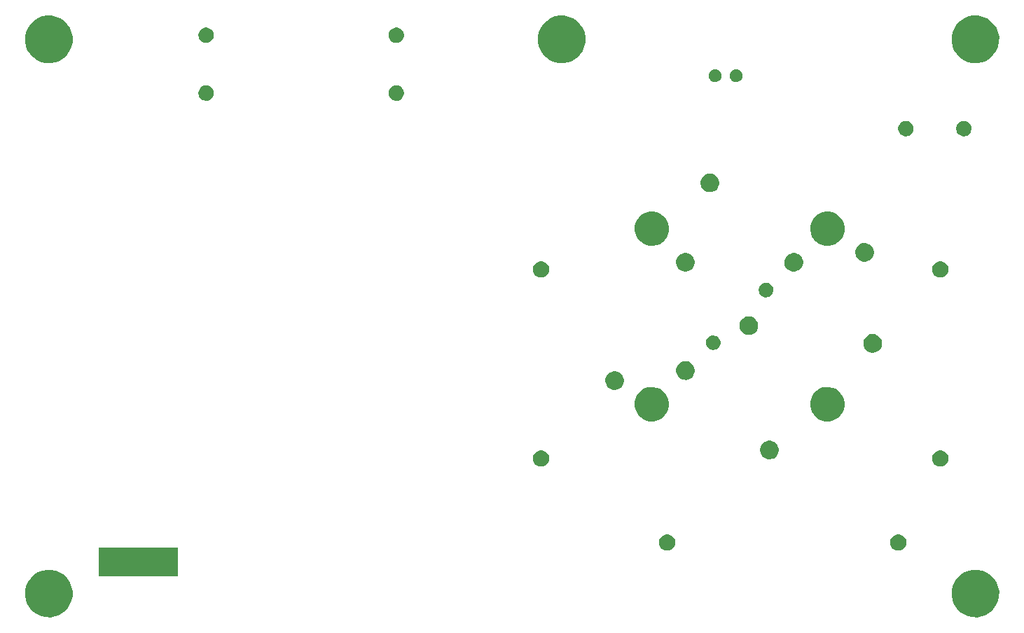
<source format=gts>
%FSLAX34Y34*%
G04 Gerber Fmt 3.4, Leading zero omitted, Abs format*
G04 (created by PCBNEW (2014-03-01 BZR 4730)-product) date Tuesday, August 26, 2014 'AMt' 09:20:33 AM*
%MOIN*%
G01*
G70*
G90*
G04 APERTURE LIST*
%ADD10C,0.006000*%
G04 APERTURE END LIST*
G54D10*
G36*
X26329Y-40834D02*
X26325Y-41086D01*
X26276Y-41304D01*
X26186Y-41506D01*
X26058Y-41688D01*
X25897Y-41841D01*
X25710Y-41960D01*
X25501Y-42041D01*
X25501Y-42041D01*
X25285Y-42079D01*
X25061Y-42074D01*
X24845Y-42027D01*
X24641Y-41938D01*
X24459Y-41811D01*
X24305Y-41651D01*
X24184Y-41464D01*
X24103Y-41259D01*
X24062Y-41039D01*
X24065Y-40818D01*
X24112Y-40600D01*
X24199Y-40396D01*
X24325Y-40213D01*
X24484Y-40057D01*
X24669Y-39936D01*
X24876Y-39852D01*
X25092Y-39811D01*
X25316Y-39813D01*
X25532Y-39857D01*
X25738Y-39944D01*
X25922Y-40068D01*
X26078Y-40225D01*
X26201Y-40411D01*
X26286Y-40615D01*
X26329Y-40834D01*
X26329Y-40834D01*
G37*
G36*
X26329Y-67212D02*
X26325Y-67464D01*
X26276Y-67682D01*
X26186Y-67884D01*
X26058Y-68066D01*
X25897Y-68219D01*
X25710Y-68338D01*
X25501Y-68419D01*
X25501Y-68419D01*
X25285Y-68457D01*
X25061Y-68452D01*
X24845Y-68405D01*
X24641Y-68316D01*
X24459Y-68189D01*
X24305Y-68029D01*
X24184Y-67842D01*
X24103Y-67637D01*
X24062Y-67417D01*
X24065Y-67196D01*
X24112Y-66978D01*
X24199Y-66774D01*
X24325Y-66591D01*
X24484Y-66435D01*
X24669Y-66314D01*
X24876Y-66230D01*
X25092Y-66189D01*
X25316Y-66191D01*
X25532Y-66235D01*
X25738Y-66322D01*
X25922Y-66445D01*
X26078Y-66603D01*
X26201Y-66789D01*
X26286Y-66993D01*
X26329Y-67212D01*
X26329Y-67212D01*
G37*
G36*
X31323Y-66520D02*
X27573Y-66520D01*
X27573Y-65133D01*
X31323Y-65133D01*
X31323Y-66520D01*
X31323Y-66520D01*
G37*
G36*
X33041Y-40713D02*
X33040Y-40793D01*
X33024Y-40864D01*
X32995Y-40928D01*
X32954Y-40987D01*
X32902Y-41037D01*
X32842Y-41074D01*
X32774Y-41101D01*
X32774Y-41101D01*
X32706Y-41113D01*
X32633Y-41111D01*
X32564Y-41096D01*
X32498Y-41067D01*
X32439Y-41027D01*
X32390Y-40975D01*
X32350Y-40914D01*
X32325Y-40849D01*
X32311Y-40777D01*
X32312Y-40708D01*
X32328Y-40636D01*
X32355Y-40571D01*
X32396Y-40512D01*
X32447Y-40462D01*
X32506Y-40423D01*
X32574Y-40396D01*
X32642Y-40383D01*
X32716Y-40383D01*
X32784Y-40397D01*
X32851Y-40425D01*
X32910Y-40465D01*
X32961Y-40516D01*
X33001Y-40576D01*
X33027Y-40641D01*
X33041Y-40713D01*
X33041Y-40713D01*
G37*
G36*
X33041Y-43468D02*
X33040Y-43549D01*
X33024Y-43619D01*
X32995Y-43684D01*
X32954Y-43743D01*
X32902Y-43793D01*
X32842Y-43830D01*
X32774Y-43857D01*
X32774Y-43857D01*
X32706Y-43869D01*
X32633Y-43867D01*
X32564Y-43852D01*
X32498Y-43823D01*
X32439Y-43782D01*
X32390Y-43731D01*
X32350Y-43670D01*
X32325Y-43605D01*
X32311Y-43533D01*
X32312Y-43464D01*
X32328Y-43392D01*
X32355Y-43327D01*
X32396Y-43268D01*
X32447Y-43218D01*
X32506Y-43179D01*
X32574Y-43152D01*
X32642Y-43139D01*
X32716Y-43139D01*
X32784Y-43153D01*
X32851Y-43181D01*
X32910Y-43221D01*
X32961Y-43272D01*
X33001Y-43332D01*
X33027Y-43397D01*
X33041Y-43468D01*
X33041Y-43468D01*
G37*
G36*
X42097Y-40713D02*
X42095Y-40793D01*
X42079Y-40864D01*
X42050Y-40928D01*
X42009Y-40987D01*
X41957Y-41037D01*
X41898Y-41074D01*
X41829Y-41101D01*
X41829Y-41101D01*
X41761Y-41113D01*
X41688Y-41111D01*
X41619Y-41096D01*
X41553Y-41067D01*
X41494Y-41027D01*
X41445Y-40975D01*
X41405Y-40914D01*
X41380Y-40849D01*
X41366Y-40777D01*
X41367Y-40708D01*
X41383Y-40636D01*
X41410Y-40571D01*
X41451Y-40512D01*
X41502Y-40462D01*
X41562Y-40423D01*
X41629Y-40396D01*
X41698Y-40383D01*
X41771Y-40383D01*
X41839Y-40397D01*
X41906Y-40425D01*
X41965Y-40465D01*
X42016Y-40516D01*
X42056Y-40576D01*
X42082Y-40641D01*
X42097Y-40713D01*
X42097Y-40713D01*
G37*
G36*
X42097Y-43468D02*
X42095Y-43549D01*
X42079Y-43619D01*
X42050Y-43684D01*
X42009Y-43743D01*
X41957Y-43793D01*
X41898Y-43830D01*
X41829Y-43857D01*
X41829Y-43857D01*
X41761Y-43869D01*
X41688Y-43867D01*
X41619Y-43852D01*
X41553Y-43823D01*
X41494Y-43782D01*
X41445Y-43731D01*
X41405Y-43670D01*
X41380Y-43605D01*
X41366Y-43533D01*
X41367Y-43464D01*
X41383Y-43392D01*
X41410Y-43327D01*
X41451Y-43268D01*
X41502Y-43218D01*
X41562Y-43179D01*
X41629Y-43152D01*
X41698Y-43139D01*
X41771Y-43139D01*
X41839Y-43153D01*
X41906Y-43181D01*
X41965Y-43221D01*
X42016Y-43272D01*
X42056Y-43332D01*
X42082Y-43397D01*
X42097Y-43468D01*
X42097Y-43468D01*
G37*
G36*
X49006Y-51860D02*
X49005Y-51945D01*
X48988Y-52019D01*
X48957Y-52088D01*
X48914Y-52149D01*
X48859Y-52202D01*
X48796Y-52242D01*
X48724Y-52270D01*
X48724Y-52270D01*
X48652Y-52282D01*
X48575Y-52281D01*
X48503Y-52265D01*
X48433Y-52234D01*
X48371Y-52191D01*
X48319Y-52137D01*
X48278Y-52073D01*
X48250Y-52004D01*
X48237Y-51928D01*
X48238Y-51855D01*
X48254Y-51780D01*
X48283Y-51711D01*
X48326Y-51649D01*
X48380Y-51596D01*
X48442Y-51555D01*
X48513Y-51526D01*
X48586Y-51513D01*
X48663Y-51513D01*
X48735Y-51528D01*
X48806Y-51558D01*
X48868Y-51599D01*
X48921Y-51653D01*
X48963Y-51716D01*
X48991Y-51785D01*
X49006Y-51860D01*
X49006Y-51860D01*
G37*
G36*
X49006Y-60860D02*
X49005Y-60945D01*
X48988Y-61019D01*
X48957Y-61088D01*
X48914Y-61149D01*
X48859Y-61202D01*
X48796Y-61242D01*
X48724Y-61270D01*
X48724Y-61270D01*
X48652Y-61282D01*
X48575Y-61281D01*
X48503Y-61265D01*
X48433Y-61234D01*
X48371Y-61191D01*
X48319Y-61137D01*
X48278Y-61073D01*
X48250Y-61004D01*
X48237Y-60928D01*
X48238Y-60855D01*
X48254Y-60780D01*
X48283Y-60711D01*
X48326Y-60649D01*
X48380Y-60596D01*
X48442Y-60555D01*
X48513Y-60526D01*
X48586Y-60513D01*
X48663Y-60513D01*
X48735Y-60528D01*
X48806Y-60558D01*
X48868Y-60599D01*
X48921Y-60653D01*
X48963Y-60716D01*
X48991Y-60785D01*
X49006Y-60860D01*
X49006Y-60860D01*
G37*
G36*
X50738Y-40834D02*
X50735Y-41086D01*
X50685Y-41304D01*
X50595Y-41506D01*
X50467Y-41688D01*
X50306Y-41841D01*
X50119Y-41960D01*
X49911Y-42041D01*
X49911Y-42041D01*
X49694Y-42079D01*
X49470Y-42074D01*
X49255Y-42027D01*
X49051Y-41938D01*
X48868Y-41811D01*
X48714Y-41651D01*
X48593Y-41464D01*
X48512Y-41259D01*
X48472Y-41039D01*
X48475Y-40818D01*
X48521Y-40600D01*
X48608Y-40396D01*
X48734Y-40213D01*
X48893Y-40057D01*
X49078Y-39936D01*
X49285Y-39852D01*
X49502Y-39811D01*
X49726Y-39813D01*
X49942Y-39857D01*
X50147Y-39944D01*
X50331Y-40068D01*
X50487Y-40225D01*
X50611Y-40411D01*
X50695Y-40615D01*
X50738Y-40834D01*
X50738Y-40834D01*
G37*
G36*
X52567Y-57142D02*
X52566Y-57240D01*
X52547Y-57325D01*
X52511Y-57405D01*
X52461Y-57476D01*
X52398Y-57536D01*
X52325Y-57582D01*
X52243Y-57614D01*
X52243Y-57614D01*
X52159Y-57629D01*
X52070Y-57627D01*
X51987Y-57609D01*
X51906Y-57573D01*
X51835Y-57524D01*
X51775Y-57462D01*
X51727Y-57388D01*
X51696Y-57308D01*
X51680Y-57221D01*
X51681Y-57136D01*
X51699Y-57049D01*
X51733Y-56970D01*
X51783Y-56898D01*
X51845Y-56837D01*
X51917Y-56790D01*
X51999Y-56757D01*
X52083Y-56741D01*
X52171Y-56741D01*
X52255Y-56759D01*
X52336Y-56793D01*
X52408Y-56841D01*
X52469Y-56903D01*
X52518Y-56976D01*
X52550Y-57055D01*
X52567Y-57142D01*
X52567Y-57142D01*
G37*
G36*
X54712Y-49878D02*
X54709Y-50060D01*
X54674Y-50217D01*
X54609Y-50363D01*
X54516Y-50494D01*
X54400Y-50605D01*
X54265Y-50690D01*
X54114Y-50749D01*
X54114Y-50749D01*
X53959Y-50776D01*
X53796Y-50773D01*
X53641Y-50739D01*
X53494Y-50674D01*
X53362Y-50583D01*
X53251Y-50468D01*
X53163Y-50332D01*
X53105Y-50185D01*
X53076Y-50025D01*
X53078Y-49867D01*
X53112Y-49709D01*
X53174Y-49562D01*
X53265Y-49429D01*
X53380Y-49317D01*
X53513Y-49230D01*
X53663Y-49169D01*
X53819Y-49139D01*
X53981Y-49141D01*
X54137Y-49172D01*
X54285Y-49235D01*
X54418Y-49324D01*
X54531Y-49438D01*
X54620Y-49572D01*
X54681Y-49719D01*
X54712Y-49878D01*
X54712Y-49878D01*
G37*
G36*
X54712Y-58230D02*
X54709Y-58412D01*
X54674Y-58569D01*
X54609Y-58715D01*
X54516Y-58846D01*
X54400Y-58957D01*
X54265Y-59042D01*
X54114Y-59101D01*
X54114Y-59101D01*
X53959Y-59128D01*
X53796Y-59125D01*
X53641Y-59091D01*
X53494Y-59026D01*
X53362Y-58935D01*
X53251Y-58820D01*
X53163Y-58684D01*
X53105Y-58537D01*
X53076Y-58377D01*
X53078Y-58219D01*
X53112Y-58060D01*
X53174Y-57914D01*
X53265Y-57781D01*
X53380Y-57669D01*
X53513Y-57582D01*
X53663Y-57521D01*
X53819Y-57491D01*
X53981Y-57492D01*
X54137Y-57524D01*
X54285Y-57587D01*
X54418Y-57676D01*
X54531Y-57790D01*
X54620Y-57924D01*
X54681Y-58071D01*
X54712Y-58230D01*
X54712Y-58230D01*
G37*
G36*
X55006Y-64860D02*
X55005Y-64945D01*
X54988Y-65019D01*
X54957Y-65088D01*
X54914Y-65149D01*
X54859Y-65202D01*
X54796Y-65242D01*
X54724Y-65270D01*
X54724Y-65270D01*
X54652Y-65282D01*
X54575Y-65281D01*
X54503Y-65265D01*
X54433Y-65234D01*
X54371Y-65191D01*
X54319Y-65137D01*
X54278Y-65073D01*
X54250Y-65004D01*
X54237Y-64928D01*
X54238Y-64855D01*
X54254Y-64780D01*
X54283Y-64711D01*
X54326Y-64649D01*
X54380Y-64596D01*
X54442Y-64555D01*
X54513Y-64526D01*
X54586Y-64513D01*
X54663Y-64513D01*
X54735Y-64528D01*
X54806Y-64558D01*
X54868Y-64599D01*
X54921Y-64653D01*
X54963Y-64716D01*
X54991Y-64785D01*
X55006Y-64860D01*
X55006Y-64860D01*
G37*
G36*
X55936Y-51513D02*
X55935Y-51611D01*
X55915Y-51696D01*
X55880Y-51775D01*
X55830Y-51846D01*
X55766Y-51907D01*
X55694Y-51953D01*
X55611Y-51985D01*
X55611Y-51985D01*
X55528Y-52000D01*
X55439Y-51998D01*
X55355Y-51979D01*
X55275Y-51944D01*
X55204Y-51895D01*
X55143Y-51832D01*
X55096Y-51758D01*
X55064Y-51679D01*
X55048Y-51592D01*
X55049Y-51507D01*
X55068Y-51420D01*
X55102Y-51341D01*
X55151Y-51269D01*
X55213Y-51208D01*
X55286Y-51161D01*
X55367Y-51128D01*
X55451Y-51112D01*
X55540Y-51112D01*
X55623Y-51129D01*
X55705Y-51164D01*
X55776Y-51212D01*
X55838Y-51274D01*
X55886Y-51347D01*
X55919Y-51426D01*
X55936Y-51513D01*
X55936Y-51513D01*
G37*
G36*
X55936Y-56669D02*
X55935Y-56766D01*
X55915Y-56852D01*
X55880Y-56931D01*
X55830Y-57002D01*
X55766Y-57063D01*
X55694Y-57109D01*
X55611Y-57141D01*
X55611Y-57141D01*
X55528Y-57156D01*
X55439Y-57154D01*
X55355Y-57135D01*
X55275Y-57100D01*
X55204Y-57051D01*
X55143Y-56988D01*
X55096Y-56914D01*
X55064Y-56835D01*
X55048Y-56748D01*
X55049Y-56663D01*
X55068Y-56576D01*
X55102Y-56497D01*
X55151Y-56425D01*
X55213Y-56364D01*
X55286Y-56317D01*
X55367Y-56284D01*
X55451Y-56268D01*
X55540Y-56268D01*
X55623Y-56285D01*
X55705Y-56320D01*
X55776Y-56368D01*
X55838Y-56430D01*
X55886Y-56503D01*
X55919Y-56582D01*
X55936Y-56669D01*
X55936Y-56669D01*
G37*
G36*
X57094Y-47732D02*
X57093Y-47830D01*
X57073Y-47916D01*
X57038Y-47995D01*
X56988Y-48066D01*
X56925Y-48127D01*
X56852Y-48173D01*
X56769Y-48205D01*
X56769Y-48205D01*
X56686Y-48219D01*
X56597Y-48217D01*
X56513Y-48199D01*
X56433Y-48164D01*
X56362Y-48114D01*
X56302Y-48052D01*
X56254Y-47978D01*
X56223Y-47899D01*
X56207Y-47811D01*
X56208Y-47726D01*
X56226Y-47640D01*
X56260Y-47561D01*
X56309Y-47489D01*
X56372Y-47428D01*
X56444Y-47380D01*
X56526Y-47347D01*
X56609Y-47331D01*
X56698Y-47332D01*
X56782Y-47349D01*
X56863Y-47383D01*
X56935Y-47432D01*
X56996Y-47493D01*
X57044Y-47566D01*
X57077Y-47646D01*
X57094Y-47732D01*
X57094Y-47732D01*
G37*
G36*
X57163Y-55353D02*
X57162Y-55429D01*
X57146Y-55496D01*
X57119Y-55557D01*
X57080Y-55613D01*
X57031Y-55660D01*
X56975Y-55695D01*
X56910Y-55720D01*
X56910Y-55720D01*
X56845Y-55732D01*
X56776Y-55730D01*
X56711Y-55716D01*
X56648Y-55689D01*
X56593Y-55650D01*
X56546Y-55602D01*
X56509Y-55544D01*
X56485Y-55482D01*
X56472Y-55414D01*
X56473Y-55348D01*
X56487Y-55281D01*
X56514Y-55219D01*
X56552Y-55163D01*
X56601Y-55116D01*
X56657Y-55079D01*
X56721Y-55053D01*
X56785Y-55041D01*
X56855Y-55041D01*
X56919Y-55055D01*
X56983Y-55081D01*
X57039Y-55119D01*
X57086Y-55167D01*
X57124Y-55224D01*
X57149Y-55285D01*
X57163Y-55353D01*
X57163Y-55353D01*
G37*
G36*
X57207Y-42647D02*
X57206Y-42714D01*
X57192Y-42774D01*
X57168Y-42828D01*
X57134Y-42877D01*
X57090Y-42919D01*
X57040Y-42951D01*
X56983Y-42973D01*
X56983Y-42973D01*
X56926Y-42983D01*
X56864Y-42982D01*
X56807Y-42969D01*
X56751Y-42945D01*
X56702Y-42910D01*
X56661Y-42868D01*
X56628Y-42816D01*
X56606Y-42762D01*
X56595Y-42701D01*
X56596Y-42643D01*
X56608Y-42583D01*
X56632Y-42529D01*
X56666Y-42479D01*
X56709Y-42437D01*
X56758Y-42405D01*
X56815Y-42382D01*
X56872Y-42371D01*
X56934Y-42371D01*
X56991Y-42383D01*
X57047Y-42407D01*
X57097Y-42440D01*
X57139Y-42482D01*
X57173Y-42533D01*
X57195Y-42587D01*
X57207Y-42647D01*
X57207Y-42647D01*
G37*
G36*
X58207Y-42647D02*
X58206Y-42714D01*
X58192Y-42774D01*
X58168Y-42828D01*
X58134Y-42877D01*
X58090Y-42919D01*
X58040Y-42951D01*
X57983Y-42973D01*
X57983Y-42973D01*
X57926Y-42983D01*
X57864Y-42982D01*
X57807Y-42969D01*
X57751Y-42945D01*
X57702Y-42910D01*
X57661Y-42868D01*
X57628Y-42816D01*
X57606Y-42762D01*
X57595Y-42701D01*
X57596Y-42643D01*
X57608Y-42583D01*
X57632Y-42529D01*
X57666Y-42479D01*
X57709Y-42437D01*
X57758Y-42405D01*
X57815Y-42382D01*
X57872Y-42371D01*
X57934Y-42371D01*
X57991Y-42383D01*
X58047Y-42407D01*
X58097Y-42440D01*
X58139Y-42482D01*
X58173Y-42533D01*
X58195Y-42587D01*
X58207Y-42647D01*
X58207Y-42647D01*
G37*
G36*
X58951Y-54528D02*
X58950Y-54625D01*
X58930Y-54711D01*
X58895Y-54790D01*
X58845Y-54861D01*
X58781Y-54922D01*
X58709Y-54968D01*
X58626Y-55000D01*
X58626Y-55000D01*
X58543Y-55015D01*
X58454Y-55013D01*
X58370Y-54994D01*
X58290Y-54959D01*
X58218Y-54910D01*
X58158Y-54847D01*
X58111Y-54773D01*
X58079Y-54694D01*
X58063Y-54607D01*
X58064Y-54522D01*
X58083Y-54435D01*
X58117Y-54356D01*
X58166Y-54284D01*
X58228Y-54223D01*
X58300Y-54176D01*
X58382Y-54143D01*
X58466Y-54127D01*
X58555Y-54127D01*
X58638Y-54144D01*
X58720Y-54179D01*
X58791Y-54227D01*
X58853Y-54289D01*
X58901Y-54362D01*
X58934Y-54441D01*
X58951Y-54528D01*
X58951Y-54528D01*
G37*
G36*
X59668Y-52848D02*
X59667Y-52923D01*
X59652Y-52990D01*
X59625Y-53052D01*
X59586Y-53107D01*
X59536Y-53154D01*
X59480Y-53190D01*
X59415Y-53215D01*
X59415Y-53215D01*
X59351Y-53226D01*
X59281Y-53225D01*
X59216Y-53211D01*
X59154Y-53183D01*
X59098Y-53145D01*
X59052Y-53096D01*
X59014Y-53038D01*
X58990Y-52977D01*
X58978Y-52909D01*
X58978Y-52843D01*
X58993Y-52775D01*
X59019Y-52714D01*
X59058Y-52658D01*
X59106Y-52610D01*
X59162Y-52574D01*
X59226Y-52548D01*
X59291Y-52535D01*
X59360Y-52536D01*
X59425Y-52549D01*
X59488Y-52576D01*
X59544Y-52613D01*
X59592Y-52661D01*
X59629Y-52718D01*
X59655Y-52780D01*
X59668Y-52848D01*
X59668Y-52848D01*
G37*
G36*
X59934Y-60449D02*
X59932Y-60547D01*
X59913Y-60633D01*
X59878Y-60712D01*
X59827Y-60783D01*
X59764Y-60843D01*
X59692Y-60889D01*
X59609Y-60921D01*
X59609Y-60921D01*
X59525Y-60936D01*
X59437Y-60934D01*
X59353Y-60916D01*
X59273Y-60881D01*
X59201Y-60831D01*
X59141Y-60769D01*
X59093Y-60695D01*
X59062Y-60615D01*
X59046Y-60528D01*
X59047Y-60443D01*
X59065Y-60356D01*
X59099Y-60277D01*
X59149Y-60205D01*
X59211Y-60144D01*
X59283Y-60097D01*
X59365Y-60064D01*
X59449Y-60048D01*
X59537Y-60049D01*
X59621Y-60066D01*
X59702Y-60100D01*
X59774Y-60148D01*
X59835Y-60210D01*
X59884Y-60283D01*
X59916Y-60362D01*
X59934Y-60449D01*
X59934Y-60449D01*
G37*
G36*
X61092Y-51513D02*
X61091Y-51611D01*
X61071Y-51696D01*
X61036Y-51775D01*
X60986Y-51846D01*
X60922Y-51907D01*
X60850Y-51953D01*
X60767Y-51985D01*
X60767Y-51985D01*
X60684Y-52000D01*
X60595Y-51998D01*
X60511Y-51979D01*
X60431Y-51944D01*
X60359Y-51895D01*
X60299Y-51832D01*
X60252Y-51758D01*
X60220Y-51679D01*
X60204Y-51592D01*
X60205Y-51507D01*
X60224Y-51420D01*
X60258Y-51341D01*
X60307Y-51269D01*
X60369Y-51208D01*
X60441Y-51161D01*
X60523Y-51128D01*
X60607Y-51112D01*
X60696Y-51112D01*
X60779Y-51129D01*
X60861Y-51164D01*
X60932Y-51212D01*
X60994Y-51274D01*
X61042Y-51347D01*
X61075Y-51426D01*
X61092Y-51513D01*
X61092Y-51513D01*
G37*
G36*
X63064Y-49878D02*
X63061Y-50060D01*
X63026Y-50217D01*
X62961Y-50363D01*
X62868Y-50494D01*
X62752Y-50605D01*
X62617Y-50690D01*
X62466Y-50749D01*
X62466Y-50749D01*
X62311Y-50776D01*
X62148Y-50773D01*
X61993Y-50739D01*
X61845Y-50674D01*
X61714Y-50583D01*
X61603Y-50468D01*
X61515Y-50332D01*
X61457Y-50185D01*
X61428Y-50025D01*
X61430Y-49867D01*
X61464Y-49709D01*
X61526Y-49562D01*
X61617Y-49429D01*
X61732Y-49317D01*
X61865Y-49230D01*
X62015Y-49169D01*
X62171Y-49139D01*
X62333Y-49141D01*
X62489Y-49172D01*
X62637Y-49235D01*
X62770Y-49324D01*
X62883Y-49438D01*
X62972Y-49572D01*
X63033Y-49719D01*
X63064Y-49878D01*
X63064Y-49878D01*
G37*
G36*
X63064Y-58230D02*
X63061Y-58412D01*
X63026Y-58569D01*
X62961Y-58715D01*
X62868Y-58846D01*
X62752Y-58957D01*
X62617Y-59042D01*
X62466Y-59101D01*
X62466Y-59101D01*
X62311Y-59128D01*
X62148Y-59125D01*
X61993Y-59091D01*
X61845Y-59026D01*
X61714Y-58935D01*
X61603Y-58820D01*
X61515Y-58684D01*
X61457Y-58537D01*
X61428Y-58377D01*
X61430Y-58219D01*
X61464Y-58060D01*
X61526Y-57914D01*
X61617Y-57781D01*
X61732Y-57669D01*
X61865Y-57582D01*
X62015Y-57521D01*
X62171Y-57491D01*
X62333Y-57492D01*
X62489Y-57524D01*
X62637Y-57587D01*
X62770Y-57676D01*
X62883Y-57790D01*
X62972Y-57924D01*
X63033Y-58071D01*
X63064Y-58230D01*
X63064Y-58230D01*
G37*
G36*
X64460Y-51039D02*
X64459Y-51137D01*
X64440Y-51223D01*
X64404Y-51302D01*
X64354Y-51373D01*
X64291Y-51434D01*
X64218Y-51480D01*
X64136Y-51512D01*
X64136Y-51512D01*
X64052Y-51526D01*
X63963Y-51525D01*
X63880Y-51506D01*
X63799Y-51471D01*
X63728Y-51421D01*
X63668Y-51359D01*
X63620Y-51285D01*
X63589Y-51206D01*
X63573Y-51118D01*
X63574Y-51033D01*
X63592Y-50947D01*
X63626Y-50868D01*
X63675Y-50796D01*
X63738Y-50735D01*
X63810Y-50688D01*
X63892Y-50654D01*
X63975Y-50638D01*
X64064Y-50639D01*
X64148Y-50656D01*
X64229Y-50690D01*
X64301Y-50739D01*
X64362Y-50800D01*
X64411Y-50873D01*
X64443Y-50953D01*
X64460Y-51039D01*
X64460Y-51039D01*
G37*
G36*
X64845Y-55371D02*
X64843Y-55469D01*
X64824Y-55555D01*
X64789Y-55634D01*
X64738Y-55705D01*
X64675Y-55766D01*
X64603Y-55812D01*
X64520Y-55844D01*
X64520Y-55844D01*
X64436Y-55858D01*
X64348Y-55856D01*
X64264Y-55838D01*
X64184Y-55803D01*
X64112Y-55753D01*
X64052Y-55691D01*
X64004Y-55617D01*
X63973Y-55538D01*
X63957Y-55450D01*
X63958Y-55365D01*
X63976Y-55279D01*
X64010Y-55200D01*
X64060Y-55128D01*
X64122Y-55067D01*
X64194Y-55019D01*
X64276Y-54986D01*
X64360Y-54970D01*
X64448Y-54971D01*
X64532Y-54988D01*
X64613Y-55022D01*
X64685Y-55071D01*
X64746Y-55132D01*
X64795Y-55205D01*
X64827Y-55285D01*
X64845Y-55371D01*
X64845Y-55371D01*
G37*
G36*
X66006Y-64860D02*
X66005Y-64945D01*
X65988Y-65019D01*
X65957Y-65088D01*
X65914Y-65149D01*
X65859Y-65202D01*
X65796Y-65242D01*
X65724Y-65270D01*
X65724Y-65270D01*
X65652Y-65282D01*
X65575Y-65281D01*
X65503Y-65265D01*
X65433Y-65234D01*
X65371Y-65191D01*
X65319Y-65137D01*
X65278Y-65073D01*
X65250Y-65004D01*
X65237Y-64928D01*
X65238Y-64855D01*
X65254Y-64780D01*
X65283Y-64711D01*
X65326Y-64649D01*
X65380Y-64596D01*
X65442Y-64555D01*
X65513Y-64526D01*
X65586Y-64513D01*
X65663Y-64513D01*
X65735Y-64528D01*
X65806Y-64558D01*
X65868Y-64599D01*
X65921Y-64653D01*
X65963Y-64716D01*
X65991Y-64785D01*
X66006Y-64860D01*
X66006Y-64860D01*
G37*
G36*
X66349Y-45161D02*
X66347Y-45242D01*
X66331Y-45312D01*
X66302Y-45377D01*
X66261Y-45436D01*
X66209Y-45485D01*
X66150Y-45523D01*
X66081Y-45550D01*
X66081Y-45550D01*
X66013Y-45562D01*
X65940Y-45560D01*
X65871Y-45545D01*
X65805Y-45516D01*
X65746Y-45475D01*
X65697Y-45424D01*
X65657Y-45363D01*
X65632Y-45298D01*
X65618Y-45226D01*
X65619Y-45156D01*
X65635Y-45085D01*
X65662Y-45020D01*
X65703Y-44961D01*
X65754Y-44911D01*
X65814Y-44872D01*
X65881Y-44844D01*
X65950Y-44831D01*
X66023Y-44832D01*
X66091Y-44846D01*
X66158Y-44874D01*
X66217Y-44914D01*
X66268Y-44965D01*
X66308Y-45025D01*
X66334Y-45090D01*
X66349Y-45161D01*
X66349Y-45161D01*
G37*
G36*
X68006Y-51860D02*
X68005Y-51945D01*
X67988Y-52019D01*
X67957Y-52088D01*
X67914Y-52149D01*
X67859Y-52202D01*
X67796Y-52242D01*
X67724Y-52270D01*
X67724Y-52270D01*
X67652Y-52282D01*
X67575Y-52281D01*
X67503Y-52265D01*
X67433Y-52234D01*
X67371Y-52191D01*
X67319Y-52137D01*
X67278Y-52073D01*
X67250Y-52004D01*
X67237Y-51928D01*
X67238Y-51855D01*
X67254Y-51780D01*
X67283Y-51711D01*
X67326Y-51649D01*
X67380Y-51596D01*
X67442Y-51555D01*
X67513Y-51526D01*
X67586Y-51513D01*
X67663Y-51513D01*
X67735Y-51528D01*
X67806Y-51558D01*
X67868Y-51599D01*
X67921Y-51653D01*
X67963Y-51716D01*
X67991Y-51785D01*
X68006Y-51860D01*
X68006Y-51860D01*
G37*
G36*
X68006Y-60860D02*
X68005Y-60945D01*
X67988Y-61019D01*
X67957Y-61088D01*
X67914Y-61149D01*
X67859Y-61202D01*
X67796Y-61242D01*
X67724Y-61270D01*
X67724Y-61270D01*
X67652Y-61282D01*
X67575Y-61281D01*
X67503Y-61265D01*
X67433Y-61234D01*
X67371Y-61191D01*
X67319Y-61137D01*
X67278Y-61073D01*
X67250Y-61004D01*
X67237Y-60928D01*
X67238Y-60855D01*
X67254Y-60780D01*
X67283Y-60711D01*
X67326Y-60649D01*
X67380Y-60596D01*
X67442Y-60555D01*
X67513Y-60526D01*
X67586Y-60513D01*
X67663Y-60513D01*
X67735Y-60528D01*
X67806Y-60558D01*
X67868Y-60599D01*
X67921Y-60653D01*
X67963Y-60716D01*
X67991Y-60785D01*
X68006Y-60860D01*
X68006Y-60860D01*
G37*
G36*
X69104Y-45161D02*
X69103Y-45242D01*
X69087Y-45312D01*
X69058Y-45377D01*
X69017Y-45436D01*
X68965Y-45485D01*
X68905Y-45523D01*
X68837Y-45550D01*
X68837Y-45550D01*
X68769Y-45562D01*
X68696Y-45560D01*
X68627Y-45545D01*
X68561Y-45516D01*
X68502Y-45475D01*
X68453Y-45424D01*
X68413Y-45363D01*
X68388Y-45298D01*
X68374Y-45226D01*
X68375Y-45156D01*
X68390Y-45085D01*
X68418Y-45020D01*
X68459Y-44961D01*
X68510Y-44911D01*
X68569Y-44872D01*
X68637Y-44844D01*
X68705Y-44831D01*
X68779Y-44832D01*
X68847Y-44846D01*
X68914Y-44874D01*
X68973Y-44914D01*
X69024Y-44965D01*
X69063Y-45025D01*
X69090Y-45090D01*
X69104Y-45161D01*
X69104Y-45161D01*
G37*
G36*
X70423Y-40834D02*
X70420Y-41086D01*
X70370Y-41304D01*
X70280Y-41506D01*
X70152Y-41688D01*
X69991Y-41841D01*
X69804Y-41960D01*
X69596Y-42041D01*
X69596Y-42041D01*
X69379Y-42079D01*
X69155Y-42074D01*
X68940Y-42027D01*
X68736Y-41938D01*
X68553Y-41811D01*
X68399Y-41651D01*
X68278Y-41464D01*
X68197Y-41259D01*
X68157Y-41039D01*
X68160Y-40818D01*
X68206Y-40600D01*
X68294Y-40396D01*
X68419Y-40213D01*
X68578Y-40057D01*
X68763Y-39936D01*
X68970Y-39852D01*
X69187Y-39811D01*
X69411Y-39813D01*
X69627Y-39857D01*
X69832Y-39944D01*
X70016Y-40068D01*
X70173Y-40225D01*
X70296Y-40411D01*
X70380Y-40615D01*
X70423Y-40834D01*
X70423Y-40834D01*
G37*
G36*
X70423Y-67212D02*
X70420Y-67464D01*
X70370Y-67682D01*
X70280Y-67884D01*
X70152Y-68066D01*
X69991Y-68219D01*
X69804Y-68338D01*
X69596Y-68419D01*
X69596Y-68419D01*
X69379Y-68457D01*
X69155Y-68452D01*
X68940Y-68405D01*
X68736Y-68316D01*
X68553Y-68189D01*
X68399Y-68029D01*
X68278Y-67842D01*
X68197Y-67637D01*
X68157Y-67417D01*
X68160Y-67196D01*
X68206Y-66978D01*
X68294Y-66774D01*
X68419Y-66591D01*
X68578Y-66435D01*
X68763Y-66314D01*
X68970Y-66230D01*
X69187Y-66189D01*
X69411Y-66191D01*
X69627Y-66235D01*
X69832Y-66322D01*
X70016Y-66445D01*
X70173Y-66603D01*
X70296Y-66789D01*
X70380Y-66993D01*
X70423Y-67212D01*
X70423Y-67212D01*
G37*
M02*

</source>
